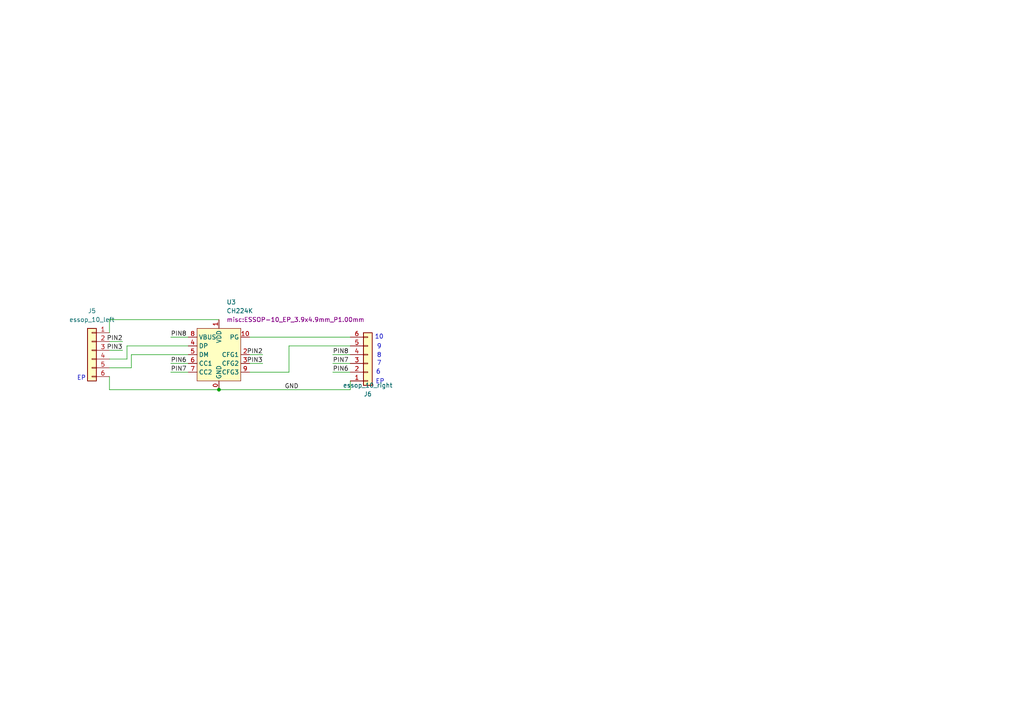
<source format=kicad_sch>
(kicad_sch (version 20231120) (generator "eeschema") (generator_version "8.0")
  (paper "A4")
  (lib_symbols
    (symbol "Connector_Generic:Conn_01x06" (pin_names (offset 1.016) hide)
      (property "Reference" "J" (at 0 7.62 0))
      (property "Value" "Conn_01x06" (at 0 -10.16 0))
      (symbol "Conn_01x06_1_1"
        (rectangle (start -1.27 -7.493) (end 0 -7.747) (stroke (width 0.1524)))
        (rectangle (start -1.27 -4.953) (end 0 -5.207) (stroke (width 0.1524)))
        (rectangle (start -1.27 -2.413) (end 0 -2.667) (stroke (width 0.1524)))
        (rectangle (start -1.27 0.127) (end 0 -0.127) (stroke (width 0.1524)))
        (rectangle (start -1.27 2.667) (end 0 2.413) (stroke (width 0.1524)))
        (rectangle (start -1.27 5.207) (end 0 4.953) (stroke (width 0.1524)))
        (rectangle (start -1.27 6.35) (end 1.27 -8.89) (stroke (width 0.254)) (fill (type background)))
        (pin passive line (at -5.08 5.08 0) (length 3.81) (name "Pin_1") (number "1"))
        (pin passive line (at -5.08 2.54 0) (length 3.81) (name "Pin_2") (number "2"))
        (pin passive line (at -5.08 0 0) (length 3.81) (name "Pin_3") (number "3"))
        (pin passive line (at -5.08 -2.54 0) (length 3.81) (name "Pin_4") (number "4"))
        (pin passive line (at -5.08 -5.08 0) (length 3.81) (name "Pin_5") (number "5"))
        (pin passive line (at -5.08 -7.62 0) (length 3.81) (name "Pin_6") (number "6"))
      )
    )
    (symbol "Custom:CH224K"
      (property "Reference" "U" (at 0 0 0))
      (property "Value" "CH224K" (at 0 0 0))
      (property "Footprint" "misc:ESSOP-10_EP_3.9x4.9mm_P1.00mm" (at 0 0 0))
      (symbol "CH224K_1_1"
        (rectangle (start -6.35 7.62) (end 6.35 -7.62) (fill (type background)))
        (pin power_in line (at 0 -10.16 90) (length 2.54) (name "GND") (number "0"))
        (pin power_in line (at 0 10.16 270) (length 2.54) (name "VDD") (number "1"))
        (pin output line (at 8.89 5.08 180) (length 2.54) (name "PG") (number "10"))
        (pin input line (at 8.89 0 180) (length 2.54) (name "CFG1") (number "2"))
        (pin input line (at 8.89 -2.54 180) (length 2.54) (name "CFG2") (number "3"))
        (pin bidirectional line (at -8.89 2.54 0) (length 2.54) (name "DP") (number "4"))
        (pin bidirectional line (at -8.89 0 0) (length 2.54) (name "DM") (number "5"))
        (pin bidirectional line (at -8.89 -2.54 0) (length 2.54) (name "CC1") (number "6"))
        (pin bidirectional line (at -8.89 -5.08 0) (length 2.54) (name "CC2") (number "7"))
        (pin input line (at -8.89 5.08 0) (length 2.54) (name "VBUS") (number "8"))
        (pin input line (at 8.89 -5.08 180) (length 2.54) (name "CFG3") (number "9"))
      )
    )
  )
  (junction (at 63.5 113.03))
  (wire (pts (xy 49.53 97.79) (xy 54.61 97.79)))
  (wire (pts (xy 31.75 96.52) (xy 31.75 92.71)))
  (wire (pts (xy 72.39 97.79) (xy 101.6 97.79)))
  (wire (pts (xy 31.75 113.03) (xy 63.5 113.03)))
  (wire (pts (xy 72.39 107.95) (xy 83.82 107.95)))
  (wire (pts (xy 36.83 104.14) (xy 36.83 100.33)))
  (wire (pts (xy 36.83 100.33) (xy 54.61 100.33)))
  (wire (pts (xy 35.56 101.6) (xy 31.75 101.6)))
  (wire (pts (xy 96.52 105.41) (xy 101.6 105.41)))
  (wire (pts (xy 31.75 104.14) (xy 36.83 104.14)))
  (wire (pts (xy 83.82 107.95) (xy 83.82 100.33)))
  (wire (pts (xy 31.75 106.68) (xy 38.1 106.68)))
  (wire (pts (xy 76.2 105.41) (xy 72.39 105.41)))
  (wire (pts (xy 49.53 107.95) (xy 54.61 107.95)))
  (wire (pts (xy 96.52 102.87) (xy 101.6 102.87)))
  (wire (pts (xy 49.53 105.41) (xy 54.61 105.41)))
  (wire (pts (xy 101.6 113.03) (xy 101.6 110.49)))
  (wire (pts (xy 38.1 106.68) (xy 38.1 102.87)))
  (wire (pts (xy 96.52 107.95) (xy 101.6 107.95)))
  (wire (pts (xy 35.56 99.06) (xy 31.75 99.06)))
  (wire (pts (xy 63.5 113.03) (xy 101.6 113.03)))
  (wire (pts (xy 83.82 100.33) (xy 101.6 100.33)))
  (wire (pts (xy 76.2 102.87) (xy 72.39 102.87)))
  (wire (pts (xy 38.1 102.87) (xy 54.61 102.87)))
  (wire (pts (xy 31.75 109.22) (xy 31.75 113.03)))
  (wire (pts (xy 31.75 92.71) (xy 63.5 92.71)))
  (text "EP" (at 110.236 110.744 0) (effects (font (size 1.27 1.27))))
  (text "EP" (at 23.622 109.728 0) (effects (font (size 1.27 1.27))))
  (text "7" (at 109.982 105.41 0) (effects (font (size 1.27 1.27))))
  (text "6" (at 109.728 107.95 0) (effects (font (size 1.27 1.27))))
  (text "10" (at 109.982 97.79 0) (effects (font (size 1.27 1.27))))
  (text "9" (at 109.982 100.584 0) (effects (font (size 1.27 1.27))))
  (text "8" (at 109.982 103.124 0) (effects (font (size 1.27 1.27))))
  (label "PIN6" (at 96.52 107.95 0))
  (label "PIN8" (at 96.52 102.87 0))
  (label "PIN8" (at 49.53 97.79 0))
  (label "GND" (at 82.55 113.03 0))
  (label "PIN3" (at 76.2 105.41 180))
  (label "PIN6" (at 49.53 105.41 0))
  (label "PIN7" (at 49.53 107.95 0))
  (label "PIN2" (at 35.56 99.06 180))
  (label "PIN7" (at 96.52 105.41 0))
  (label "PIN3" (at 35.56 101.6 180))
  (label "PIN2" (at 76.2 102.87 180))
  (symbol (lib_id "Custom:CH224K") (at 63.5 102.87 0) (unit 1)
    (property "Reference" "U3" (at 65.6941 87.63 0) (effects (justify left)))
    (property "Value" "CH224K" (at 65.6941 90.17 0) (effects (justify left)))
    (property "Footprint" "misc:ESSOP-10_EP_3.9x4.9mm_P1.00mm" (at 65.6941 92.71 0) (effects (justify left)))
    (property "Description" "Chinese USB power delivery ic" (effects (hide yes)))
  )
  (symbol (lib_id "Connector_Generic:Conn_01x06") (at 106.68 105.41 0) (mirror x) (unit 1)
    (property "Reference" "J6" (at 106.68 114.3 0))
    (property "Value" "essop_10_right" (at 106.68 111.76 0))
    (property "Footprint" "Connector_PinHeader_2.54mm:PinHeader_1x06_P2.54mm_Vertical" (effects (hide yes)))
    (property "Description" "Generic connector, single row, 01x06, script generated (kicad-library-utils/schlib/autogen/connector/)" (effects (hide yes)))
  )
  (symbol (lib_id "Connector_Generic:Conn_01x06") (at 26.67 101.6 0) (mirror y) (unit 1)
    (property "Reference" "J5" (at 26.67 90.17 0))
    (property "Value" "essop_10_left" (at 26.67 92.71 0))
    (property "Footprint" "Connector_PinHeader_2.54mm:PinHeader_1x06_P2.54mm_Vertical" (effects (hide yes)))
    (property "Description" "Generic connector, single row, 01x06, script generated (kicad-library-utils/schlib/autogen/connector/)" (effects (hide yes)))
  )
)
</source>
